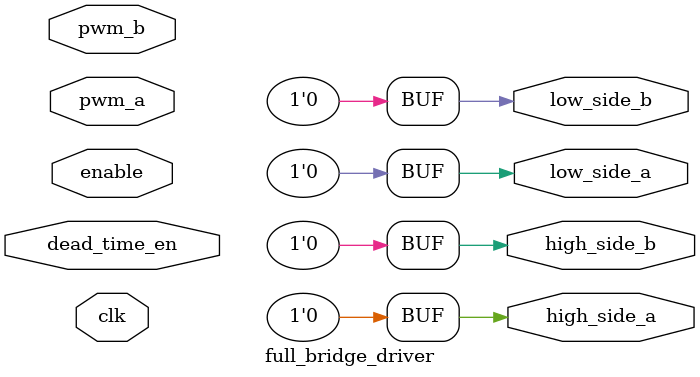
<source format=v>
/*
 * Verilog Library Template for Reusable Hardware Blocks
 * Description: This library contains reusable Verilog modules for common hardware blocks
 *              such as PWM, GPIO, ADC, control systems, and power electronics components.
 * Usage: Include this library in your project and instantiate the required modules.
 * Author: [Your Name]
 * Date: [Date]
 */

// Module Category: Signal Generation
// -----------------------------------

/*
 * PWM Generator Block
 * Description: Generates a Pulse Width Modulation signal based on period and duty cycle.
 * Parameters:
 *   - PERIOD: Total cycles for one period
 * Inputs:
 *   - on_time: Cycles for ON time (defines duty cycle)
 */
module pwm_block #(
    parameter PERIOD = 21'd1_600_000
) (
    input clk,
    input [20:0] on_time, // Dynamic input for duty cycle
    output pwm_out
);
    reg [20:0] counter = 0;

    // PWM counter logic
    always @(posedge clk) begin
        if (counter < PERIOD) begin
            counter <= counter + 1;
        end else begin
            counter <= 0;
        end
    end

    // PWM output based on duty cycle
    assign pwm_out = (counter < on_time) ? 1'b1 : 1'b0;
endmodule


// Module Category: Input/Output
// -----------------------------

/*
 * GPIO Block (Bidirectional)
 * Description: General Purpose Input/Output module for interfacing with external pins.
 */
module gpio_block (
    input clk,
    input direction, // 1 for output, 0 for input
    input data_in,   // Data to write when output
    output data_out, // Data read when input
    inout gpio_pin   // Physical pin connection
);
    // TODO: Implement GPIO logic here
    // Example: Tristate buffer control based on direction
    
    assign gpio_pin = 1'bz; // Placeholder
    assign data_out = 1'b0; // Placeholder
endmodule


// Module Category: Data Acquisition
// --------------------------------

/*
 * ADC Block (Analog to Digital Converter)
 * Description: Interface for converting analog signals to digital values.
 */
module adc_block (
    input clk,
    input start_conversion,
    output reg [11:0] adc_value = 0, // 12-bit ADC output
    output reg conversion_done = 0,
    input analog_in // Connects to analog input in real hardware
);
    // TODO: Implement ADC conversion logic here
    // Example: State machine for conversion timing
endmodule


// Module Category: Control Systems
// -------------------------------

/*
 * Difference Equation Block
 * Description: Implements a difference equation for closed-loop control systems.
 */
module diff_eq_block #(
    parameter DATA_WIDTH = 16
) (
    input clk,
    input signed [DATA_WIDTH-1:0] input_val,
    input signed [DATA_WIDTH-1:0] coeff_a, // Coefficient for input
    input signed [DATA_WIDTH-1:0] coeff_b, // Coefficient for previous output
    output reg signed [DATA_WIDTH-1:0] output_val = 0
);
    // TODO: Implement difference equation logic here
    // Example: Multiply-accumulate operation
endmodule

/*
 * PID Controller Block
 * Description: Proportional-Integral-Derivative controller for feedback systems.
 */
module pid_block #(
    parameter DATA_WIDTH = 16
) (
    input clk,
    input signed [DATA_WIDTH-1:0] setpoint,
    input signed [DATA_WIDTH-1:0] process_variable,
    input signed [DATA_WIDTH-1:0] kp, // Proportional gain
    input signed [DATA_WIDTH-1:0] ki, // Integral gain
    input signed [DATA_WIDTH-1:0] kd, // Derivative gain
    output reg signed [DATA_WIDTH-1:0] control_output = 0
);
    // TODO: Implement PID control algorithm here
    // Example: Error calculation, integral and derivative terms
endmodule


// Module Category: Power Electronics
// ---------------------------------

/*
 * Half-Bridge Driver Module
 * Description: Driver for half-bridge configuration in power electronics.
 */
module half_bridge_driver (
    input clk,
    input enable,            // Enable signal for the bridge
    input pwm_signal,        // PWM input for switching
    input dead_time_en,      // Enable dead time to prevent shoot-through
    output reg high_side = 0,// High side gate drive signal
    output reg low_side = 0  // Low side gate drive signal
);
    // TODO: Implement half-bridge driver logic here
    // Example: Dead time control to prevent shoot-through
endmodule

/*
 * Full-Bridge Driver Module
 * Description: Driver for full-bridge configuration in power electronics.
 */
module full_bridge_driver (
    input clk,
    input enable,            // Enable signal for the bridge
    input pwm_a,             // PWM input for side A
    input pwm_b,             // PWM input for side B
    input dead_time_en,      // Enable dead time to prevent shoot-through
    output reg high_side_a = 0, // High side gate drive signal for side A
    output reg low_side_a = 0,  // Low side gate drive signal for side A
    output reg high_side_b = 0, // High side gate drive signal for side B
    output reg low_side_b = 0   // Low side gate drive signal for side B
);
    // TODO: Implement full-bridge driver logic here
    // Example: Independent control of two half-bridges with dead time
endmodule 
</source>
